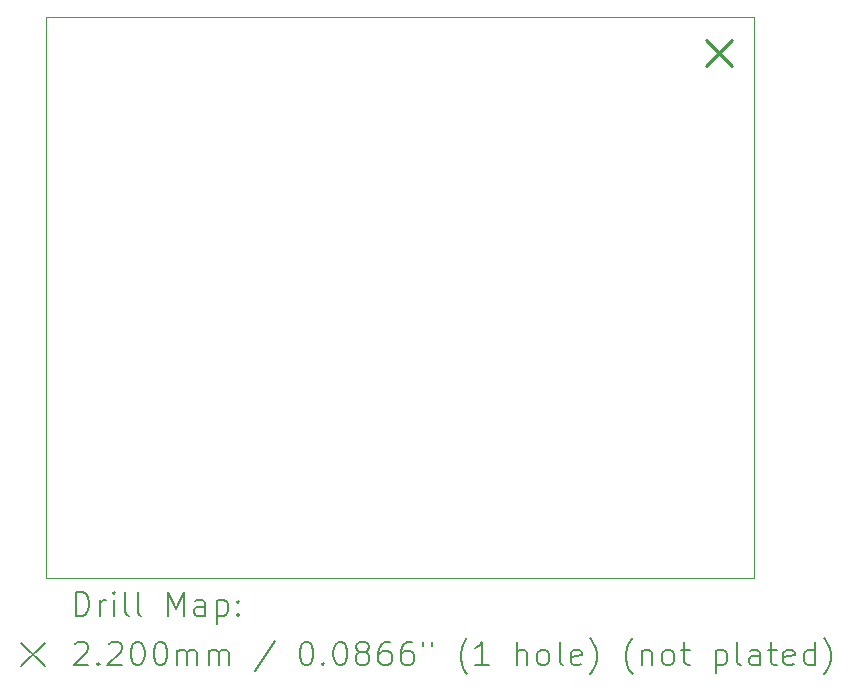
<source format=gbr>
%TF.GenerationSoftware,KiCad,Pcbnew,7.0.6*%
%TF.CreationDate,2023-10-13T10:01:59+08:00*%
%TF.ProjectId,86_BOX_PANEL,38365f42-4f58-45f5-9041-4e454c2e6b69,rev?*%
%TF.SameCoordinates,Original*%
%TF.FileFunction,Drillmap*%
%TF.FilePolarity,Positive*%
%FSLAX45Y45*%
G04 Gerber Fmt 4.5, Leading zero omitted, Abs format (unit mm)*
G04 Created by KiCad (PCBNEW 7.0.6) date 2023-10-13 10:01:59*
%MOMM*%
%LPD*%
G01*
G04 APERTURE LIST*
%ADD10C,0.100000*%
%ADD11C,0.200000*%
%ADD12C,0.220000*%
G04 APERTURE END LIST*
D10*
X11651000Y-10863000D02*
X16001000Y-10863000D01*
X11651000Y-10863000D02*
X10001000Y-10863000D01*
X11651000Y-6113000D02*
X16001000Y-6113000D01*
X10001000Y-6113000D02*
X10001000Y-10863000D01*
X16001000Y-10863000D02*
X16001000Y-6113000D01*
X11651000Y-6113000D02*
X10001000Y-6113000D01*
D11*
D12*
X15591000Y-6303000D02*
X15811000Y-6523000D01*
X15811000Y-6303000D02*
X15591000Y-6523000D01*
D11*
X10256777Y-11179484D02*
X10256777Y-10979484D01*
X10256777Y-10979484D02*
X10304396Y-10979484D01*
X10304396Y-10979484D02*
X10332967Y-10989008D01*
X10332967Y-10989008D02*
X10352015Y-11008055D01*
X10352015Y-11008055D02*
X10361539Y-11027103D01*
X10361539Y-11027103D02*
X10371063Y-11065198D01*
X10371063Y-11065198D02*
X10371063Y-11093770D01*
X10371063Y-11093770D02*
X10361539Y-11131865D01*
X10361539Y-11131865D02*
X10352015Y-11150912D01*
X10352015Y-11150912D02*
X10332967Y-11169960D01*
X10332967Y-11169960D02*
X10304396Y-11179484D01*
X10304396Y-11179484D02*
X10256777Y-11179484D01*
X10456777Y-11179484D02*
X10456777Y-11046150D01*
X10456777Y-11084246D02*
X10466301Y-11065198D01*
X10466301Y-11065198D02*
X10475824Y-11055674D01*
X10475824Y-11055674D02*
X10494872Y-11046150D01*
X10494872Y-11046150D02*
X10513920Y-11046150D01*
X10580586Y-11179484D02*
X10580586Y-11046150D01*
X10580586Y-10979484D02*
X10571063Y-10989008D01*
X10571063Y-10989008D02*
X10580586Y-10998531D01*
X10580586Y-10998531D02*
X10590110Y-10989008D01*
X10590110Y-10989008D02*
X10580586Y-10979484D01*
X10580586Y-10979484D02*
X10580586Y-10998531D01*
X10704396Y-11179484D02*
X10685348Y-11169960D01*
X10685348Y-11169960D02*
X10675824Y-11150912D01*
X10675824Y-11150912D02*
X10675824Y-10979484D01*
X10809158Y-11179484D02*
X10790110Y-11169960D01*
X10790110Y-11169960D02*
X10780586Y-11150912D01*
X10780586Y-11150912D02*
X10780586Y-10979484D01*
X11037729Y-11179484D02*
X11037729Y-10979484D01*
X11037729Y-10979484D02*
X11104396Y-11122341D01*
X11104396Y-11122341D02*
X11171063Y-10979484D01*
X11171063Y-10979484D02*
X11171063Y-11179484D01*
X11352015Y-11179484D02*
X11352015Y-11074722D01*
X11352015Y-11074722D02*
X11342491Y-11055674D01*
X11342491Y-11055674D02*
X11323443Y-11046150D01*
X11323443Y-11046150D02*
X11285348Y-11046150D01*
X11285348Y-11046150D02*
X11266301Y-11055674D01*
X11352015Y-11169960D02*
X11332967Y-11179484D01*
X11332967Y-11179484D02*
X11285348Y-11179484D01*
X11285348Y-11179484D02*
X11266301Y-11169960D01*
X11266301Y-11169960D02*
X11256777Y-11150912D01*
X11256777Y-11150912D02*
X11256777Y-11131865D01*
X11256777Y-11131865D02*
X11266301Y-11112817D01*
X11266301Y-11112817D02*
X11285348Y-11103293D01*
X11285348Y-11103293D02*
X11332967Y-11103293D01*
X11332967Y-11103293D02*
X11352015Y-11093770D01*
X11447253Y-11046150D02*
X11447253Y-11246150D01*
X11447253Y-11055674D02*
X11466301Y-11046150D01*
X11466301Y-11046150D02*
X11504396Y-11046150D01*
X11504396Y-11046150D02*
X11523443Y-11055674D01*
X11523443Y-11055674D02*
X11532967Y-11065198D01*
X11532967Y-11065198D02*
X11542491Y-11084246D01*
X11542491Y-11084246D02*
X11542491Y-11141389D01*
X11542491Y-11141389D02*
X11532967Y-11160436D01*
X11532967Y-11160436D02*
X11523443Y-11169960D01*
X11523443Y-11169960D02*
X11504396Y-11179484D01*
X11504396Y-11179484D02*
X11466301Y-11179484D01*
X11466301Y-11179484D02*
X11447253Y-11169960D01*
X11628205Y-11160436D02*
X11637729Y-11169960D01*
X11637729Y-11169960D02*
X11628205Y-11179484D01*
X11628205Y-11179484D02*
X11618682Y-11169960D01*
X11618682Y-11169960D02*
X11628205Y-11160436D01*
X11628205Y-11160436D02*
X11628205Y-11179484D01*
X11628205Y-11055674D02*
X11637729Y-11065198D01*
X11637729Y-11065198D02*
X11628205Y-11074722D01*
X11628205Y-11074722D02*
X11618682Y-11065198D01*
X11618682Y-11065198D02*
X11628205Y-11055674D01*
X11628205Y-11055674D02*
X11628205Y-11074722D01*
X9796000Y-11408000D02*
X9996000Y-11608000D01*
X9996000Y-11408000D02*
X9796000Y-11608000D01*
X10247253Y-11418531D02*
X10256777Y-11409008D01*
X10256777Y-11409008D02*
X10275824Y-11399484D01*
X10275824Y-11399484D02*
X10323444Y-11399484D01*
X10323444Y-11399484D02*
X10342491Y-11409008D01*
X10342491Y-11409008D02*
X10352015Y-11418531D01*
X10352015Y-11418531D02*
X10361539Y-11437579D01*
X10361539Y-11437579D02*
X10361539Y-11456627D01*
X10361539Y-11456627D02*
X10352015Y-11485198D01*
X10352015Y-11485198D02*
X10237729Y-11599484D01*
X10237729Y-11599484D02*
X10361539Y-11599484D01*
X10447253Y-11580436D02*
X10456777Y-11589960D01*
X10456777Y-11589960D02*
X10447253Y-11599484D01*
X10447253Y-11599484D02*
X10437729Y-11589960D01*
X10437729Y-11589960D02*
X10447253Y-11580436D01*
X10447253Y-11580436D02*
X10447253Y-11599484D01*
X10532967Y-11418531D02*
X10542491Y-11409008D01*
X10542491Y-11409008D02*
X10561539Y-11399484D01*
X10561539Y-11399484D02*
X10609158Y-11399484D01*
X10609158Y-11399484D02*
X10628205Y-11409008D01*
X10628205Y-11409008D02*
X10637729Y-11418531D01*
X10637729Y-11418531D02*
X10647253Y-11437579D01*
X10647253Y-11437579D02*
X10647253Y-11456627D01*
X10647253Y-11456627D02*
X10637729Y-11485198D01*
X10637729Y-11485198D02*
X10523444Y-11599484D01*
X10523444Y-11599484D02*
X10647253Y-11599484D01*
X10771063Y-11399484D02*
X10790110Y-11399484D01*
X10790110Y-11399484D02*
X10809158Y-11409008D01*
X10809158Y-11409008D02*
X10818682Y-11418531D01*
X10818682Y-11418531D02*
X10828205Y-11437579D01*
X10828205Y-11437579D02*
X10837729Y-11475674D01*
X10837729Y-11475674D02*
X10837729Y-11523293D01*
X10837729Y-11523293D02*
X10828205Y-11561388D01*
X10828205Y-11561388D02*
X10818682Y-11580436D01*
X10818682Y-11580436D02*
X10809158Y-11589960D01*
X10809158Y-11589960D02*
X10790110Y-11599484D01*
X10790110Y-11599484D02*
X10771063Y-11599484D01*
X10771063Y-11599484D02*
X10752015Y-11589960D01*
X10752015Y-11589960D02*
X10742491Y-11580436D01*
X10742491Y-11580436D02*
X10732967Y-11561388D01*
X10732967Y-11561388D02*
X10723444Y-11523293D01*
X10723444Y-11523293D02*
X10723444Y-11475674D01*
X10723444Y-11475674D02*
X10732967Y-11437579D01*
X10732967Y-11437579D02*
X10742491Y-11418531D01*
X10742491Y-11418531D02*
X10752015Y-11409008D01*
X10752015Y-11409008D02*
X10771063Y-11399484D01*
X10961539Y-11399484D02*
X10980586Y-11399484D01*
X10980586Y-11399484D02*
X10999634Y-11409008D01*
X10999634Y-11409008D02*
X11009158Y-11418531D01*
X11009158Y-11418531D02*
X11018682Y-11437579D01*
X11018682Y-11437579D02*
X11028205Y-11475674D01*
X11028205Y-11475674D02*
X11028205Y-11523293D01*
X11028205Y-11523293D02*
X11018682Y-11561388D01*
X11018682Y-11561388D02*
X11009158Y-11580436D01*
X11009158Y-11580436D02*
X10999634Y-11589960D01*
X10999634Y-11589960D02*
X10980586Y-11599484D01*
X10980586Y-11599484D02*
X10961539Y-11599484D01*
X10961539Y-11599484D02*
X10942491Y-11589960D01*
X10942491Y-11589960D02*
X10932967Y-11580436D01*
X10932967Y-11580436D02*
X10923444Y-11561388D01*
X10923444Y-11561388D02*
X10913920Y-11523293D01*
X10913920Y-11523293D02*
X10913920Y-11475674D01*
X10913920Y-11475674D02*
X10923444Y-11437579D01*
X10923444Y-11437579D02*
X10932967Y-11418531D01*
X10932967Y-11418531D02*
X10942491Y-11409008D01*
X10942491Y-11409008D02*
X10961539Y-11399484D01*
X11113920Y-11599484D02*
X11113920Y-11466150D01*
X11113920Y-11485198D02*
X11123444Y-11475674D01*
X11123444Y-11475674D02*
X11142491Y-11466150D01*
X11142491Y-11466150D02*
X11171063Y-11466150D01*
X11171063Y-11466150D02*
X11190110Y-11475674D01*
X11190110Y-11475674D02*
X11199634Y-11494722D01*
X11199634Y-11494722D02*
X11199634Y-11599484D01*
X11199634Y-11494722D02*
X11209158Y-11475674D01*
X11209158Y-11475674D02*
X11228205Y-11466150D01*
X11228205Y-11466150D02*
X11256777Y-11466150D01*
X11256777Y-11466150D02*
X11275824Y-11475674D01*
X11275824Y-11475674D02*
X11285348Y-11494722D01*
X11285348Y-11494722D02*
X11285348Y-11599484D01*
X11380586Y-11599484D02*
X11380586Y-11466150D01*
X11380586Y-11485198D02*
X11390110Y-11475674D01*
X11390110Y-11475674D02*
X11409158Y-11466150D01*
X11409158Y-11466150D02*
X11437729Y-11466150D01*
X11437729Y-11466150D02*
X11456777Y-11475674D01*
X11456777Y-11475674D02*
X11466301Y-11494722D01*
X11466301Y-11494722D02*
X11466301Y-11599484D01*
X11466301Y-11494722D02*
X11475824Y-11475674D01*
X11475824Y-11475674D02*
X11494872Y-11466150D01*
X11494872Y-11466150D02*
X11523443Y-11466150D01*
X11523443Y-11466150D02*
X11542491Y-11475674D01*
X11542491Y-11475674D02*
X11552015Y-11494722D01*
X11552015Y-11494722D02*
X11552015Y-11599484D01*
X11942491Y-11389960D02*
X11771063Y-11647103D01*
X12199634Y-11399484D02*
X12218682Y-11399484D01*
X12218682Y-11399484D02*
X12237729Y-11409008D01*
X12237729Y-11409008D02*
X12247253Y-11418531D01*
X12247253Y-11418531D02*
X12256777Y-11437579D01*
X12256777Y-11437579D02*
X12266301Y-11475674D01*
X12266301Y-11475674D02*
X12266301Y-11523293D01*
X12266301Y-11523293D02*
X12256777Y-11561388D01*
X12256777Y-11561388D02*
X12247253Y-11580436D01*
X12247253Y-11580436D02*
X12237729Y-11589960D01*
X12237729Y-11589960D02*
X12218682Y-11599484D01*
X12218682Y-11599484D02*
X12199634Y-11599484D01*
X12199634Y-11599484D02*
X12180586Y-11589960D01*
X12180586Y-11589960D02*
X12171063Y-11580436D01*
X12171063Y-11580436D02*
X12161539Y-11561388D01*
X12161539Y-11561388D02*
X12152015Y-11523293D01*
X12152015Y-11523293D02*
X12152015Y-11475674D01*
X12152015Y-11475674D02*
X12161539Y-11437579D01*
X12161539Y-11437579D02*
X12171063Y-11418531D01*
X12171063Y-11418531D02*
X12180586Y-11409008D01*
X12180586Y-11409008D02*
X12199634Y-11399484D01*
X12352015Y-11580436D02*
X12361539Y-11589960D01*
X12361539Y-11589960D02*
X12352015Y-11599484D01*
X12352015Y-11599484D02*
X12342491Y-11589960D01*
X12342491Y-11589960D02*
X12352015Y-11580436D01*
X12352015Y-11580436D02*
X12352015Y-11599484D01*
X12485348Y-11399484D02*
X12504396Y-11399484D01*
X12504396Y-11399484D02*
X12523444Y-11409008D01*
X12523444Y-11409008D02*
X12532967Y-11418531D01*
X12532967Y-11418531D02*
X12542491Y-11437579D01*
X12542491Y-11437579D02*
X12552015Y-11475674D01*
X12552015Y-11475674D02*
X12552015Y-11523293D01*
X12552015Y-11523293D02*
X12542491Y-11561388D01*
X12542491Y-11561388D02*
X12532967Y-11580436D01*
X12532967Y-11580436D02*
X12523444Y-11589960D01*
X12523444Y-11589960D02*
X12504396Y-11599484D01*
X12504396Y-11599484D02*
X12485348Y-11599484D01*
X12485348Y-11599484D02*
X12466301Y-11589960D01*
X12466301Y-11589960D02*
X12456777Y-11580436D01*
X12456777Y-11580436D02*
X12447253Y-11561388D01*
X12447253Y-11561388D02*
X12437729Y-11523293D01*
X12437729Y-11523293D02*
X12437729Y-11475674D01*
X12437729Y-11475674D02*
X12447253Y-11437579D01*
X12447253Y-11437579D02*
X12456777Y-11418531D01*
X12456777Y-11418531D02*
X12466301Y-11409008D01*
X12466301Y-11409008D02*
X12485348Y-11399484D01*
X12666301Y-11485198D02*
X12647253Y-11475674D01*
X12647253Y-11475674D02*
X12637729Y-11466150D01*
X12637729Y-11466150D02*
X12628206Y-11447103D01*
X12628206Y-11447103D02*
X12628206Y-11437579D01*
X12628206Y-11437579D02*
X12637729Y-11418531D01*
X12637729Y-11418531D02*
X12647253Y-11409008D01*
X12647253Y-11409008D02*
X12666301Y-11399484D01*
X12666301Y-11399484D02*
X12704396Y-11399484D01*
X12704396Y-11399484D02*
X12723444Y-11409008D01*
X12723444Y-11409008D02*
X12732967Y-11418531D01*
X12732967Y-11418531D02*
X12742491Y-11437579D01*
X12742491Y-11437579D02*
X12742491Y-11447103D01*
X12742491Y-11447103D02*
X12732967Y-11466150D01*
X12732967Y-11466150D02*
X12723444Y-11475674D01*
X12723444Y-11475674D02*
X12704396Y-11485198D01*
X12704396Y-11485198D02*
X12666301Y-11485198D01*
X12666301Y-11485198D02*
X12647253Y-11494722D01*
X12647253Y-11494722D02*
X12637729Y-11504246D01*
X12637729Y-11504246D02*
X12628206Y-11523293D01*
X12628206Y-11523293D02*
X12628206Y-11561388D01*
X12628206Y-11561388D02*
X12637729Y-11580436D01*
X12637729Y-11580436D02*
X12647253Y-11589960D01*
X12647253Y-11589960D02*
X12666301Y-11599484D01*
X12666301Y-11599484D02*
X12704396Y-11599484D01*
X12704396Y-11599484D02*
X12723444Y-11589960D01*
X12723444Y-11589960D02*
X12732967Y-11580436D01*
X12732967Y-11580436D02*
X12742491Y-11561388D01*
X12742491Y-11561388D02*
X12742491Y-11523293D01*
X12742491Y-11523293D02*
X12732967Y-11504246D01*
X12732967Y-11504246D02*
X12723444Y-11494722D01*
X12723444Y-11494722D02*
X12704396Y-11485198D01*
X12913920Y-11399484D02*
X12875825Y-11399484D01*
X12875825Y-11399484D02*
X12856777Y-11409008D01*
X12856777Y-11409008D02*
X12847253Y-11418531D01*
X12847253Y-11418531D02*
X12828206Y-11447103D01*
X12828206Y-11447103D02*
X12818682Y-11485198D01*
X12818682Y-11485198D02*
X12818682Y-11561388D01*
X12818682Y-11561388D02*
X12828206Y-11580436D01*
X12828206Y-11580436D02*
X12837729Y-11589960D01*
X12837729Y-11589960D02*
X12856777Y-11599484D01*
X12856777Y-11599484D02*
X12894872Y-11599484D01*
X12894872Y-11599484D02*
X12913920Y-11589960D01*
X12913920Y-11589960D02*
X12923444Y-11580436D01*
X12923444Y-11580436D02*
X12932967Y-11561388D01*
X12932967Y-11561388D02*
X12932967Y-11513769D01*
X12932967Y-11513769D02*
X12923444Y-11494722D01*
X12923444Y-11494722D02*
X12913920Y-11485198D01*
X12913920Y-11485198D02*
X12894872Y-11475674D01*
X12894872Y-11475674D02*
X12856777Y-11475674D01*
X12856777Y-11475674D02*
X12837729Y-11485198D01*
X12837729Y-11485198D02*
X12828206Y-11494722D01*
X12828206Y-11494722D02*
X12818682Y-11513769D01*
X13104396Y-11399484D02*
X13066301Y-11399484D01*
X13066301Y-11399484D02*
X13047253Y-11409008D01*
X13047253Y-11409008D02*
X13037729Y-11418531D01*
X13037729Y-11418531D02*
X13018682Y-11447103D01*
X13018682Y-11447103D02*
X13009158Y-11485198D01*
X13009158Y-11485198D02*
X13009158Y-11561388D01*
X13009158Y-11561388D02*
X13018682Y-11580436D01*
X13018682Y-11580436D02*
X13028206Y-11589960D01*
X13028206Y-11589960D02*
X13047253Y-11599484D01*
X13047253Y-11599484D02*
X13085348Y-11599484D01*
X13085348Y-11599484D02*
X13104396Y-11589960D01*
X13104396Y-11589960D02*
X13113920Y-11580436D01*
X13113920Y-11580436D02*
X13123444Y-11561388D01*
X13123444Y-11561388D02*
X13123444Y-11513769D01*
X13123444Y-11513769D02*
X13113920Y-11494722D01*
X13113920Y-11494722D02*
X13104396Y-11485198D01*
X13104396Y-11485198D02*
X13085348Y-11475674D01*
X13085348Y-11475674D02*
X13047253Y-11475674D01*
X13047253Y-11475674D02*
X13028206Y-11485198D01*
X13028206Y-11485198D02*
X13018682Y-11494722D01*
X13018682Y-11494722D02*
X13009158Y-11513769D01*
X13199634Y-11399484D02*
X13199634Y-11437579D01*
X13275825Y-11399484D02*
X13275825Y-11437579D01*
X13571063Y-11675674D02*
X13561539Y-11666150D01*
X13561539Y-11666150D02*
X13542491Y-11637579D01*
X13542491Y-11637579D02*
X13532968Y-11618531D01*
X13532968Y-11618531D02*
X13523444Y-11589960D01*
X13523444Y-11589960D02*
X13513920Y-11542341D01*
X13513920Y-11542341D02*
X13513920Y-11504246D01*
X13513920Y-11504246D02*
X13523444Y-11456627D01*
X13523444Y-11456627D02*
X13532968Y-11428055D01*
X13532968Y-11428055D02*
X13542491Y-11409008D01*
X13542491Y-11409008D02*
X13561539Y-11380436D01*
X13561539Y-11380436D02*
X13571063Y-11370912D01*
X13752015Y-11599484D02*
X13637729Y-11599484D01*
X13694872Y-11599484D02*
X13694872Y-11399484D01*
X13694872Y-11399484D02*
X13675825Y-11428055D01*
X13675825Y-11428055D02*
X13656777Y-11447103D01*
X13656777Y-11447103D02*
X13637729Y-11456627D01*
X13990110Y-11599484D02*
X13990110Y-11399484D01*
X14075825Y-11599484D02*
X14075825Y-11494722D01*
X14075825Y-11494722D02*
X14066301Y-11475674D01*
X14066301Y-11475674D02*
X14047253Y-11466150D01*
X14047253Y-11466150D02*
X14018682Y-11466150D01*
X14018682Y-11466150D02*
X13999634Y-11475674D01*
X13999634Y-11475674D02*
X13990110Y-11485198D01*
X14199634Y-11599484D02*
X14180587Y-11589960D01*
X14180587Y-11589960D02*
X14171063Y-11580436D01*
X14171063Y-11580436D02*
X14161539Y-11561388D01*
X14161539Y-11561388D02*
X14161539Y-11504246D01*
X14161539Y-11504246D02*
X14171063Y-11485198D01*
X14171063Y-11485198D02*
X14180587Y-11475674D01*
X14180587Y-11475674D02*
X14199634Y-11466150D01*
X14199634Y-11466150D02*
X14228206Y-11466150D01*
X14228206Y-11466150D02*
X14247253Y-11475674D01*
X14247253Y-11475674D02*
X14256777Y-11485198D01*
X14256777Y-11485198D02*
X14266301Y-11504246D01*
X14266301Y-11504246D02*
X14266301Y-11561388D01*
X14266301Y-11561388D02*
X14256777Y-11580436D01*
X14256777Y-11580436D02*
X14247253Y-11589960D01*
X14247253Y-11589960D02*
X14228206Y-11599484D01*
X14228206Y-11599484D02*
X14199634Y-11599484D01*
X14380587Y-11599484D02*
X14361539Y-11589960D01*
X14361539Y-11589960D02*
X14352015Y-11570912D01*
X14352015Y-11570912D02*
X14352015Y-11399484D01*
X14532968Y-11589960D02*
X14513920Y-11599484D01*
X14513920Y-11599484D02*
X14475825Y-11599484D01*
X14475825Y-11599484D02*
X14456777Y-11589960D01*
X14456777Y-11589960D02*
X14447253Y-11570912D01*
X14447253Y-11570912D02*
X14447253Y-11494722D01*
X14447253Y-11494722D02*
X14456777Y-11475674D01*
X14456777Y-11475674D02*
X14475825Y-11466150D01*
X14475825Y-11466150D02*
X14513920Y-11466150D01*
X14513920Y-11466150D02*
X14532968Y-11475674D01*
X14532968Y-11475674D02*
X14542491Y-11494722D01*
X14542491Y-11494722D02*
X14542491Y-11513769D01*
X14542491Y-11513769D02*
X14447253Y-11532817D01*
X14609158Y-11675674D02*
X14618682Y-11666150D01*
X14618682Y-11666150D02*
X14637730Y-11637579D01*
X14637730Y-11637579D02*
X14647253Y-11618531D01*
X14647253Y-11618531D02*
X14656777Y-11589960D01*
X14656777Y-11589960D02*
X14666301Y-11542341D01*
X14666301Y-11542341D02*
X14666301Y-11504246D01*
X14666301Y-11504246D02*
X14656777Y-11456627D01*
X14656777Y-11456627D02*
X14647253Y-11428055D01*
X14647253Y-11428055D02*
X14637730Y-11409008D01*
X14637730Y-11409008D02*
X14618682Y-11380436D01*
X14618682Y-11380436D02*
X14609158Y-11370912D01*
X14971063Y-11675674D02*
X14961539Y-11666150D01*
X14961539Y-11666150D02*
X14942491Y-11637579D01*
X14942491Y-11637579D02*
X14932968Y-11618531D01*
X14932968Y-11618531D02*
X14923444Y-11589960D01*
X14923444Y-11589960D02*
X14913920Y-11542341D01*
X14913920Y-11542341D02*
X14913920Y-11504246D01*
X14913920Y-11504246D02*
X14923444Y-11456627D01*
X14923444Y-11456627D02*
X14932968Y-11428055D01*
X14932968Y-11428055D02*
X14942491Y-11409008D01*
X14942491Y-11409008D02*
X14961539Y-11380436D01*
X14961539Y-11380436D02*
X14971063Y-11370912D01*
X15047253Y-11466150D02*
X15047253Y-11599484D01*
X15047253Y-11485198D02*
X15056777Y-11475674D01*
X15056777Y-11475674D02*
X15075825Y-11466150D01*
X15075825Y-11466150D02*
X15104396Y-11466150D01*
X15104396Y-11466150D02*
X15123444Y-11475674D01*
X15123444Y-11475674D02*
X15132968Y-11494722D01*
X15132968Y-11494722D02*
X15132968Y-11599484D01*
X15256777Y-11599484D02*
X15237730Y-11589960D01*
X15237730Y-11589960D02*
X15228206Y-11580436D01*
X15228206Y-11580436D02*
X15218682Y-11561388D01*
X15218682Y-11561388D02*
X15218682Y-11504246D01*
X15218682Y-11504246D02*
X15228206Y-11485198D01*
X15228206Y-11485198D02*
X15237730Y-11475674D01*
X15237730Y-11475674D02*
X15256777Y-11466150D01*
X15256777Y-11466150D02*
X15285349Y-11466150D01*
X15285349Y-11466150D02*
X15304396Y-11475674D01*
X15304396Y-11475674D02*
X15313920Y-11485198D01*
X15313920Y-11485198D02*
X15323444Y-11504246D01*
X15323444Y-11504246D02*
X15323444Y-11561388D01*
X15323444Y-11561388D02*
X15313920Y-11580436D01*
X15313920Y-11580436D02*
X15304396Y-11589960D01*
X15304396Y-11589960D02*
X15285349Y-11599484D01*
X15285349Y-11599484D02*
X15256777Y-11599484D01*
X15380587Y-11466150D02*
X15456777Y-11466150D01*
X15409158Y-11399484D02*
X15409158Y-11570912D01*
X15409158Y-11570912D02*
X15418682Y-11589960D01*
X15418682Y-11589960D02*
X15437730Y-11599484D01*
X15437730Y-11599484D02*
X15456777Y-11599484D01*
X15675825Y-11466150D02*
X15675825Y-11666150D01*
X15675825Y-11475674D02*
X15694872Y-11466150D01*
X15694872Y-11466150D02*
X15732968Y-11466150D01*
X15732968Y-11466150D02*
X15752015Y-11475674D01*
X15752015Y-11475674D02*
X15761539Y-11485198D01*
X15761539Y-11485198D02*
X15771063Y-11504246D01*
X15771063Y-11504246D02*
X15771063Y-11561388D01*
X15771063Y-11561388D02*
X15761539Y-11580436D01*
X15761539Y-11580436D02*
X15752015Y-11589960D01*
X15752015Y-11589960D02*
X15732968Y-11599484D01*
X15732968Y-11599484D02*
X15694872Y-11599484D01*
X15694872Y-11599484D02*
X15675825Y-11589960D01*
X15885349Y-11599484D02*
X15866301Y-11589960D01*
X15866301Y-11589960D02*
X15856777Y-11570912D01*
X15856777Y-11570912D02*
X15856777Y-11399484D01*
X16047253Y-11599484D02*
X16047253Y-11494722D01*
X16047253Y-11494722D02*
X16037730Y-11475674D01*
X16037730Y-11475674D02*
X16018682Y-11466150D01*
X16018682Y-11466150D02*
X15980587Y-11466150D01*
X15980587Y-11466150D02*
X15961539Y-11475674D01*
X16047253Y-11589960D02*
X16028206Y-11599484D01*
X16028206Y-11599484D02*
X15980587Y-11599484D01*
X15980587Y-11599484D02*
X15961539Y-11589960D01*
X15961539Y-11589960D02*
X15952015Y-11570912D01*
X15952015Y-11570912D02*
X15952015Y-11551865D01*
X15952015Y-11551865D02*
X15961539Y-11532817D01*
X15961539Y-11532817D02*
X15980587Y-11523293D01*
X15980587Y-11523293D02*
X16028206Y-11523293D01*
X16028206Y-11523293D02*
X16047253Y-11513769D01*
X16113920Y-11466150D02*
X16190111Y-11466150D01*
X16142492Y-11399484D02*
X16142492Y-11570912D01*
X16142492Y-11570912D02*
X16152015Y-11589960D01*
X16152015Y-11589960D02*
X16171063Y-11599484D01*
X16171063Y-11599484D02*
X16190111Y-11599484D01*
X16332968Y-11589960D02*
X16313920Y-11599484D01*
X16313920Y-11599484D02*
X16275825Y-11599484D01*
X16275825Y-11599484D02*
X16256777Y-11589960D01*
X16256777Y-11589960D02*
X16247253Y-11570912D01*
X16247253Y-11570912D02*
X16247253Y-11494722D01*
X16247253Y-11494722D02*
X16256777Y-11475674D01*
X16256777Y-11475674D02*
X16275825Y-11466150D01*
X16275825Y-11466150D02*
X16313920Y-11466150D01*
X16313920Y-11466150D02*
X16332968Y-11475674D01*
X16332968Y-11475674D02*
X16342492Y-11494722D01*
X16342492Y-11494722D02*
X16342492Y-11513769D01*
X16342492Y-11513769D02*
X16247253Y-11532817D01*
X16513920Y-11599484D02*
X16513920Y-11399484D01*
X16513920Y-11589960D02*
X16494873Y-11599484D01*
X16494873Y-11599484D02*
X16456777Y-11599484D01*
X16456777Y-11599484D02*
X16437730Y-11589960D01*
X16437730Y-11589960D02*
X16428206Y-11580436D01*
X16428206Y-11580436D02*
X16418682Y-11561388D01*
X16418682Y-11561388D02*
X16418682Y-11504246D01*
X16418682Y-11504246D02*
X16428206Y-11485198D01*
X16428206Y-11485198D02*
X16437730Y-11475674D01*
X16437730Y-11475674D02*
X16456777Y-11466150D01*
X16456777Y-11466150D02*
X16494873Y-11466150D01*
X16494873Y-11466150D02*
X16513920Y-11475674D01*
X16590111Y-11675674D02*
X16599634Y-11666150D01*
X16599634Y-11666150D02*
X16618682Y-11637579D01*
X16618682Y-11637579D02*
X16628206Y-11618531D01*
X16628206Y-11618531D02*
X16637730Y-11589960D01*
X16637730Y-11589960D02*
X16647253Y-11542341D01*
X16647253Y-11542341D02*
X16647253Y-11504246D01*
X16647253Y-11504246D02*
X16637730Y-11456627D01*
X16637730Y-11456627D02*
X16628206Y-11428055D01*
X16628206Y-11428055D02*
X16618682Y-11409008D01*
X16618682Y-11409008D02*
X16599634Y-11380436D01*
X16599634Y-11380436D02*
X16590111Y-11370912D01*
M02*

</source>
